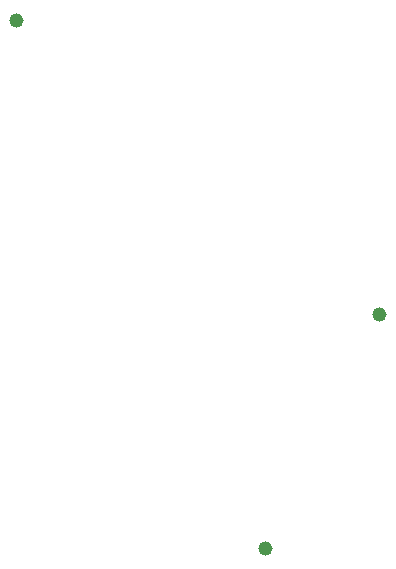
<source format=gbr>
G04 #@! TF.FileFunction,Glue,Top*
%FSLAX46Y46*%
G04 Gerber Fmt 4.6, Leading zero omitted, Abs format (unit mm)*
G04 Created by KiCad (PCBNEW 4.0.2-stable) date 29/08/2016 23:52:40*
%MOMM*%
G01*
G04 APERTURE LIST*
%ADD10C,0.100000*%
%ADD11C,0.381000*%
G04 APERTURE END LIST*
D10*
D11*
X143400780Y-81788000D02*
G75*
G03X143400780Y-81788000I-398780J0D01*
G01*
X143208991Y-81788000D02*
G75*
G03X143208991Y-81788000I-206991J0D01*
G01*
X164482780Y-126492000D02*
G75*
G03X164482780Y-126492000I-398780J0D01*
G01*
X164290991Y-126492000D02*
G75*
G03X164290991Y-126492000I-206991J0D01*
G01*
X174134780Y-106680000D02*
G75*
G03X174134780Y-106680000I-398780J0D01*
G01*
X173942991Y-106680000D02*
G75*
G03X173942991Y-106680000I-206991J0D01*
G01*
M02*

</source>
